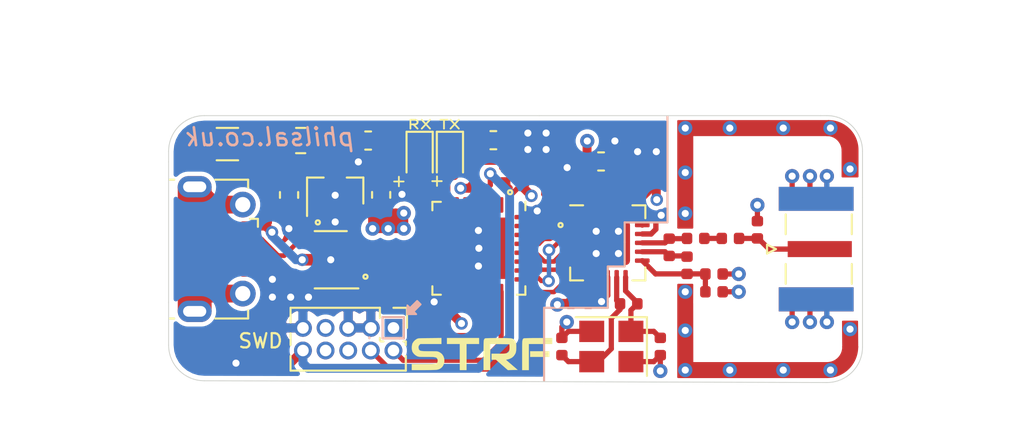
<source format=kicad_pcb>
(kicad_pcb (version 20171130) (host pcbnew "(5.1.5)-3")
  (layers (0 F.Cu signal) (1 In1.Cu signal) (2 In2.Cu signal) (31 B.Cu signal) (34 B.Paste user) (35 F.Paste user) (36 B.SilkS user) (37 F.SilkS user) (38 B.Mask user) (39 F.Mask user) (44 Edge.Cuts user))
  (net 0 "")
  (net 1 "Net-(C1-Pad1)")
  (net 2 GND)
  (net 3 +3V3)
  (net 4 NRST)
  (net 5 "Net-(C12-Pad1)")
  (net 6 NRF_XC1)
  (net 7 NRF_XC2)
  (net 8 "Net-(C15-Pad1)")
  (net 9 "Net-(C15-Pad2)")
  (net 10 NRF_VDD_PA)
  (net 11 "Net-(D1-Pad1)")
  (net 12 "Net-(D1-Pad2)")
  (net 13 "Net-(D2-Pad2)")
  (net 14 "Net-(D2-Pad1)")
  (net 15 +5V)
  (net 16 "Net-(J1-Pad6)")
  (net 17 "Net-(J1-Pad4)")
  (net 18 SWDIO)
  (net 19 SWCLK)
  (net 20 NRF_ANT2)
  (net 21 NRF_ANT1)
  (net 22 NRF_IRQ)
  (net 23 SPI3_SCK)
  (net 24 SPI3_MISO)
  (net 25 SPI3_MOSI)
  (net 26 SPI3_!CS)
  (net 27 NRF_CE)
  (net 28 "Net-(U3-Pad2)")
  (net 29 "Net-(U3-Pad3)")
  (net 30 "Net-(U3-Pad10)")
  (net 31 "Net-(U3-Pad11)")
  (net 32 "Net-(U3-Pad12)")
  (net 33 "Net-(U3-Pad13)")
  (net 34 "Net-(U3-Pad14)")
  (net 35 "Net-(U3-Pad15)")
  (net 36 "Net-(U3-Pad18)")
  (net 37 "Net-(U3-Pad19)")
  (net 38 "Net-(U3-Pad20)")
  (net 39 USB_CONN_D-)
  (net 40 USB_CONN_D+)
  (net 41 USB_D-)
  (net 42 USB_D+)
  (net 43 "Net-(U3-Pad6)")
  (net 44 "Net-(U3-Pad7)")
  (net 45 "Net-(F1-Pad1)")
  (net 46 "Net-(R1-Pad1)")
  (net 47 "Net-(J3-Pad8)")
  (net 48 "Net-(J3-Pad7)")
  (net 49 "Net-(J3-Pad6)")
  (net 50 "Net-(R4-Pad1)")
  (module Resistor_SMD:R_0402_1005Metric (layer F.Cu) (at 42.215 30.265 90)
    (fp_text reference R1)
    (fp_text value 10k)
    (pad 2 smd roundrect (at 0.485 0 90) (size 0.59 0.64) (layers F.Cu F.Paste F.Mask) (net 2 GND))
    (pad 1 smd roundrect (at -0.485 0 90) (size 0.59 0.64) (layers F.Cu F.Paste F.Mask) (net 46 "Net-(R1-Pad1)"))
  )
  (module STRF-Silk:STRF-Logo (layer F.Cu) (at 38.83 40.4)
    (fp_text reference G*** hide)
    (fp_text value LOGO hide)
  )
  (module Fuse:Fuse_1206_3216Metric (layer F.Cu) (at 24.55 28.6 180)
    (fp_text reference F1)
    (fp_text value 100mA)
    (pad 2 smd roundrect (at 1.4 0 180) (size 1.25 1.75) (layers F.Cu F.Paste F.Mask) (roundrect_rratio 0.2) (net 15 +5V))
    (pad 1 smd roundrect (at -1.4 0 180) (size 1.25 1.75) (layers F.Cu F.Paste F.Mask) (roundrect_rratio 0.2) (net 45 "Net-(F1-Pad1)"))
  )
  (module Connector_Coaxial:SMA_Samtec_SMA-J-P-X-ST-EM1_EdgeMount (layer F.Cu) (at 57.6 34.5 90)
    (fp_text reference J2)
    (fp_text value SMA)
    (pad 2 smd rect (at -2.825 0 90) (size 1.35 4.2) (layers B.Cu B.Paste B.Mask) (net 2 GND))
    (pad 2 smd rect (at 2.825 0 90) (size 1.35 4.2) (layers B.Cu B.Paste B.Mask) (net 2 GND))
    (pad 2 smd rect (at -2.825 0 90) (size 1.35 4.2) (layers F.Cu F.Paste F.Mask) (net 2 GND))
    (pad 2 smd rect (at 2.825 0 90) (size 1.35 4.2) (layers F.Cu F.Paste F.Mask) (net 2 GND))
    (pad 1 smd rect (at 0 0.2 90) (size 0.9 3.6) (layers F.Cu F.Paste F.Mask) (net 8 "Net-(C15-Pad1)"))
  )
  (module Connector_PinHeader_1.27mm:PinHeader_2x05_P1.27mm_Vertical (layer F.Cu) (at 33.87 38.93 270)
    (fp_text reference J3)
    (fp_text value "ARM 10pin")
    (pad 10 thru_hole oval (at 1.27 5.08 270) (size 1 1) (drill 0.65) (layers *.Cu *.Mask) (net 4 NRST))
    (pad 9 thru_hole oval (at 0 5.08 270) (size 1 1) (drill 0.65) (layers *.Cu *.Mask) (net 2 GND))
    (pad 8 thru_hole oval (at 1.27 3.81 270) (size 1 1) (drill 0.65) (layers *.Cu *.Mask) (net 47 "Net-(J3-Pad8)"))
    (pad 7 thru_hole oval (at 0 3.81 270) (size 1 1) (drill 0.65) (layers *.Cu *.Mask) (net 48 "Net-(J3-Pad7)"))
    (pad 6 thru_hole oval (at 1.27 2.54 270) (size 1 1) (drill 0.65) (layers *.Cu *.Mask) (net 49 "Net-(J3-Pad6)"))
    (pad 5 thru_hole oval (at 0 2.54 270) (size 1 1) (drill 0.65) (layers *.Cu *.Mask) (net 2 GND))
    (pad 4 thru_hole oval (at 1.27 1.27 270) (size 1 1) (drill 0.65) (layers *.Cu *.Mask) (net 19 SWCLK))
    (pad 3 thru_hole oval (at 0 1.27 270) (size 1 1) (drill 0.65) (layers *.Cu *.Mask) (net 2 GND))
    (pad 2 thru_hole oval (at 1.27 0 270) (size 1 1) (drill 0.65) (layers *.Cu *.Mask) (net 18 SWDIO))
    (pad 1 thru_hole rect (at 0 0 270) (size 1 1) (drill 0.65) (layers *.Cu *.Mask) (net 3 +3V3))
  )
  (module Package_TO_SOT_SMD:SOT-23-6 (layer F.Cu) (at 30.35 35.1 180)
    (fp_text reference U2)
    (fp_text value USBLC6-2SC6)
    (pad 5 smd rect (at 1.1 0 180) (size 1.06 0.65) (layers F.Cu F.Paste F.Mask) (net 15 +5V))
    (pad 6 smd rect (at 1.1 -0.95 180) (size 1.06 0.65) (layers F.Cu F.Paste F.Mask) (net 40 USB_CONN_D+))
    (pad 4 smd rect (at 1.1 0.95 180) (size 1.06 0.65) (layers F.Cu F.Paste F.Mask) (net 39 USB_CONN_D-))
    (pad 3 smd rect (at -1.1 0.95 180) (size 1.06 0.65) (layers F.Cu F.Paste F.Mask) (net 41 USB_D-))
    (pad 2 smd rect (at -1.1 0 180) (size 1.06 0.65) (layers F.Cu F.Paste F.Mask) (net 2 GND))
    (pad 1 smd rect (at -1.1 -0.95 180) (size 1.06 0.65) (layers F.Cu F.Paste F.Mask) (net 42 USB_D+))
  )
  (module Capacitor_SMD:C_0603_1608Metric (layer F.Cu) (at 28.01 31.4575 270)
    (fp_text reference C1)
    (fp_text value 10u)
    (pad 1 smd roundrect (at -0.7875 0 270) (size 0.875 0.95) (layers F.Cu F.Paste F.Mask) (net 1 "Net-(C1-Pad1)"))
    (pad 2 smd roundrect (at 0.7875 0 270) (size 0.875 0.95) (layers F.Cu F.Paste F.Mask) (net 2 GND))
  )
  (module Capacitor_SMD:C_0603_1608Metric (layer F.Cu) (at 33.18 31.4525 90)
    (fp_text reference C2)
    (fp_text value 10u)
    (pad 1 smd roundrect (at -0.7875 0 90) (size 0.875 0.95) (layers F.Cu F.Paste F.Mask) (net 3 +3V3))
    (pad 2 smd roundrect (at 0.7875 0 90) (size 0.875 0.95) (layers F.Cu F.Paste F.Mask) (net 2 GND))
  )
  (module Capacitor_SMD:C_0402_1005Metric (layer F.Cu) (at 26.435 40.91 180)
    (fp_text reference C3)
    (fp_text value 100n)
    (pad 2 smd roundrect (at 0.485 0 180) (size 0.59 0.64) (layers F.Cu F.Paste F.Mask) (net 2 GND))
    (pad 1 smd roundrect (at -0.485 0 180) (size 0.59 0.64) (layers F.Cu F.Paste F.Mask) (net 4 NRST))
  )
  (module Capacitor_SMD:C_0402_1005Metric (layer F.Cu) (at 41.165 30.27 90)
    (fp_text reference C4)
    (fp_text value 1u)
    (pad 1 smd roundrect (at -0.485 0 90) (size 0.59 0.64) (layers F.Cu F.Paste F.Mask) (net 3 +3V3))
    (pad 2 smd roundrect (at 0.485 0 90) (size 0.59 0.64) (layers F.Cu F.Paste F.Mask) (net 2 GND))
  )
  (module Capacitor_SMD:C_0402_1005Metric (layer F.Cu) (at 40.115 30.27 90)
    (fp_text reference C5)
    (fp_text value 100n)
    (pad 1 smd roundrect (at -0.485 0 90) (size 0.59 0.64) (layers F.Cu F.Paste F.Mask) (net 3 +3V3))
    (pad 2 smd roundrect (at 0.485 0 90) (size 0.59 0.64) (layers F.Cu F.Paste F.Mask) (net 2 GND))
  )
  (module Capacitor_SMD:C_0402_1005Metric (layer F.Cu) (at 36.64 38.13 180)
    (fp_text reference C6)
    (fp_text value 100n)
    (pad 1 smd roundrect (at -0.485 0 180) (size 0.59 0.64) (layers F.Cu F.Paste F.Mask) (net 3 +3V3))
    (pad 2 smd roundrect (at 0.485 0 180) (size 0.59 0.64) (layers F.Cu F.Paste F.Mask) (net 2 GND))
  )
  (module Capacitor_SMD:C_0402_1005Metric (layer F.Cu) (at 38.44 30.27 90)
    (fp_text reference C7)
    (fp_text value 100n)
    (pad 2 smd roundrect (at 0.485 0 90) (size 0.59 0.64) (layers F.Cu F.Paste F.Mask) (net 2 GND))
    (pad 1 smd roundrect (at -0.485 0 90) (size 0.59 0.64) (layers F.Cu F.Paste F.Mask) (net 3 +3V3))
  )
  (module Capacitor_SMD:C_0603_1608Metric (layer F.Cu) (at 45.525 29.575)
    (fp_text reference C8)
    (fp_text value 10u)
    (pad 2 smd roundrect (at 0.7875 0) (size 0.875 0.95) (layers F.Cu F.Paste F.Mask) (net 2 GND))
    (pad 1 smd roundrect (at -0.7875 0) (size 0.875 0.95) (layers F.Cu F.Paste F.Mask) (net 3 +3V3))
  )
  (module Capacitor_SMD:C_0402_1005Metric (layer F.Cu) (at 44.315 37.55)
    (fp_text reference C9)
    (fp_text value 10n)
    (pad 2 smd roundrect (at 0.485 0) (size 0.59 0.64) (layers F.Cu F.Paste F.Mask) (net 2 GND))
    (pad 1 smd roundrect (at -0.485 0) (size 0.59 0.64) (layers F.Cu F.Paste F.Mask) (net 3 +3V3))
  )
  (module Capacitor_SMD:C_0402_1005Metric (layer F.Cu) (at 48.625 30.415 90)
    (fp_text reference C10)
    (fp_text value 10n)
    (pad 1 smd roundrect (at -0.485 0 90) (size 0.59 0.64) (layers F.Cu F.Paste F.Mask) (net 3 +3V3))
    (pad 2 smd roundrect (at 0.485 0 90) (size 0.59 0.64) (layers F.Cu F.Paste F.Mask) (net 2 GND))
  )
  (module Capacitor_SMD:C_0402_1005Metric (layer F.Cu) (at 46.075 30.875)
    (fp_text reference C11)
    (fp_text value 10n)
    (pad 2 smd roundrect (at 0.485 0) (size 0.59 0.64) (layers F.Cu F.Paste F.Mask) (net 2 GND))
    (pad 1 smd roundrect (at -0.485 0) (size 0.59 0.64) (layers F.Cu F.Paste F.Mask) (net 3 +3V3))
  )
  (module Capacitor_SMD:C_0402_1005Metric (layer F.Cu) (at 44.115 30.875 180)
    (fp_text reference C12)
    (fp_text value 33n)
    (pad 1 smd roundrect (at -0.485 0 180) (size 0.59 0.64) (layers F.Cu F.Paste F.Mask) (net 5 "Net-(C12-Pad1)"))
    (pad 2 smd roundrect (at 0.485 0 180) (size 0.59 0.64) (layers F.Cu F.Paste F.Mask) (net 2 GND))
  )
  (module Capacitor_SMD:C_0402_1005Metric (layer F.Cu) (at 48.85 39.975 270)
    (fp_text reference C13)
    (fp_text value 12p)
    (pad 2 smd roundrect (at 0.485 0 270) (size 0.59 0.64) (layers F.Cu F.Paste F.Mask) (net 2 GND))
    (pad 1 smd roundrect (at -0.485 0 270) (size 0.59 0.64) (layers F.Cu F.Paste F.Mask) (net 6 NRF_XC1))
  )
  (module Capacitor_SMD:C_0402_1005Metric (layer F.Cu) (at 43.325 39.975 90)
    (fp_text reference C14)
    (fp_text value 12p)
    (pad 1 smd roundrect (at -0.485 0 90) (size 0.59 0.64) (layers F.Cu F.Paste F.Mask) (net 7 NRF_XC2))
    (pad 2 smd roundrect (at 0.485 0 90) (size 0.59 0.64) (layers F.Cu F.Paste F.Mask) (net 2 GND))
  )
  (module Capacitor_SMD:C_0402_1005Metric (layer F.Cu) (at 52.785 33.9 180)
    (fp_text reference C15)
    (fp_text value 1p5)
    (pad 1 smd roundrect (at -0.485 0 180) (size 0.59 0.64) (layers F.Cu F.Paste F.Mask) (net 8 "Net-(C15-Pad1)"))
    (pad 2 smd roundrect (at 0.485 0 180) (size 0.59 0.64) (layers F.Cu F.Paste F.Mask) (net 9 "Net-(C15-Pad2)"))
  )
  (module Capacitor_SMD:C_0402_1005Metric (layer F.Cu) (at 54.3 33.415 270)
    (fp_text reference C16)
    (fp_text value 1p)
    (pad 2 smd roundrect (at 0.485 0 270) (size 0.59 0.64) (layers F.Cu F.Paste F.Mask) (net 8 "Net-(C15-Pad1)"))
    (pad 1 smd roundrect (at -0.485 0 270) (size 0.59 0.64) (layers F.Cu F.Paste F.Mask) (net 2 GND))
  )
  (module Capacitor_SMD:C_0402_1005Metric (layer F.Cu) (at 51.865 36.9 180)
    (fp_text reference C17)
    (fp_text value 2n2)
    (pad 2 smd roundrect (at 0.485 0 180) (size 0.59 0.64) (layers F.Cu F.Paste F.Mask) (net 10 NRF_VDD_PA))
    (pad 1 smd roundrect (at -0.485 0 180) (size 0.59 0.64) (layers F.Cu F.Paste F.Mask) (net 2 GND))
  )
  (module Capacitor_SMD:C_0402_1005Metric (layer F.Cu) (at 51.865 35.9 180)
    (fp_text reference C18)
    (fp_text value 4p7)
    (pad 1 smd roundrect (at -0.485 0 180) (size 0.59 0.64) (layers F.Cu F.Paste F.Mask) (net 2 GND))
    (pad 2 smd roundrect (at 0.485 0 180) (size 0.59 0.64) (layers F.Cu F.Paste F.Mask) (net 10 NRF_VDD_PA))
  )
  (module LED_SMD:LED_0603_1608Metric (layer F.Cu) (at 35.34 29.3925 270)
    (fp_text reference D1)
    (fp_text value GR)
    (pad 1 smd roundrect (at -0.7875 0 270) (size 0.875 0.95) (layers F.Cu F.Paste F.Mask) (net 11 "Net-(D1-Pad1)"))
    (pad 2 smd roundrect (at 0.7875 0 270) (size 0.875 0.95) (layers F.Cu F.Paste F.Mask) (net 12 "Net-(D1-Pad2)"))
  )
  (module LED_SMD:LED_0603_1608Metric (layer F.Cu) (at 37.04 29.3925 270)
    (fp_text reference D2)
    (fp_text value YE)
    (pad 2 smd roundrect (at 0.7875 0 270) (size 0.875 0.95) (layers F.Cu F.Paste F.Mask) (net 13 "Net-(D2-Pad2)"))
    (pad 1 smd roundrect (at -0.7875 0 270) (size 0.875 0.95) (layers F.Cu F.Paste F.Mask) (net 14 "Net-(D2-Pad1)"))
  )
  (module Inductor_SMD:L_0805_2012Metric (layer F.Cu) (at 28.6625 28.4 180)
    (fp_text reference FB1)
    (fp_text value "100 @ 100MHz")
    (pad 1 smd roundrect (at -0.9375 0 180) (size 0.975 1.4) (layers F.Cu F.Paste F.Mask) (net 1 "Net-(C1-Pad1)"))
    (pad 2 smd roundrect (at 0.9375 0 180) (size 0.975 1.4) (layers F.Cu F.Paste F.Mask) (net 45 "Net-(F1-Pad1)"))
  )
  (module Connector_USB:USB_Micro-B_Molex-105017-0001 (layer F.Cu) (at 23.95 34.5 270)
    (fp_text reference J1)
    (fp_text value USB_B_Micro)
    (pad 6 smd rect (at 1 1.2375 270) (size 1.5 1.9) (layers F.Cu F.Paste F.Mask) (net 16 "Net-(J1-Pad6)"))
    (pad 6 thru_hole circle (at -2.5 -1.4625 270) (size 1.45 1.45) (drill 0.85) (layers *.Cu *.Mask) (net 16 "Net-(J1-Pad6)"))
    (pad 2 smd rect (at -0.65 -1.4625 270) (size 0.4 1.35) (layers F.Cu F.Paste F.Mask) (net 39 USB_CONN_D-))
    (pad 1 smd rect (at -1.3 -1.4625 270) (size 0.4 1.35) (layers F.Cu F.Paste F.Mask) (net 15 +5V))
    (pad 5 smd rect (at 1.3 -1.4625 270) (size 0.4 1.35) (layers F.Cu F.Paste F.Mask) (net 2 GND))
    (pad 4 smd rect (at 0.65 -1.4625 270) (size 0.4 1.35) (layers F.Cu F.Paste F.Mask) (net 17 "Net-(J1-Pad4)"))
    (pad 3 smd rect (at 0 -1.4625 270) (size 0.4 1.35) (layers F.Cu F.Paste F.Mask) (net 40 USB_CONN_D+))
    (pad 6 thru_hole circle (at 2.5 -1.4625 270) (size 1.45 1.45) (drill 0.85) (layers *.Cu *.Mask) (net 16 "Net-(J1-Pad6)"))
    (pad 6 smd rect (at -1 1.2375 270) (size 1.5 1.9) (layers F.Cu F.Paste F.Mask) (net 16 "Net-(J1-Pad6)"))
    (pad 6 thru_hole oval (at -3.5 1.2375 90) (size 1.2 1.9) (drill oval 0.6 1.3) (layers *.Cu *.Mask) (net 16 "Net-(J1-Pad6)"))
    (pad 6 thru_hole oval (at 3.5 1.2375 270) (size 1.2 1.9) (drill oval 0.6 1.3) (layers *.Cu *.Mask) (net 16 "Net-(J1-Pad6)"))
    (pad 6 smd rect (at 2.9 1.2375 270) (size 1.2 1.9) (layers F.Cu F.Mask) (net 16 "Net-(J1-Pad6)"))
    (pad 6 smd rect (at -2.9 1.2375 270) (size 1.2 1.9) (layers F.Cu F.Mask) (net 16 "Net-(J1-Pad6)"))
  )
  (module Inductor_SMD:L_0402_1005Metric (layer F.Cu) (at 50.835 33.9)
    (fp_text reference L1)
    (fp_text value 3n9)
    (pad 2 smd roundrect (at 0.485 0) (size 0.59 0.64) (layers F.Cu F.Paste F.Mask) (net 9 "Net-(C15-Pad2)"))
    (pad 1 smd roundrect (at -0.485 0) (size 0.59 0.64) (layers F.Cu F.Paste F.Mask) (net 20 NRF_ANT2))
  )
  (module Inductor_SMD:L_0402_1005Metric (layer F.Cu) (at 49.35 34.4 270)
    (fp_text reference L2)
    (fp_text value 8n2)
    (pad 1 smd roundrect (at -0.485 0 270) (size 0.59 0.64) (layers F.Cu F.Paste F.Mask) (net 20 NRF_ANT2))
    (pad 2 smd roundrect (at 0.485 0 270) (size 0.59 0.64) (layers F.Cu F.Paste F.Mask) (net 21 NRF_ANT1))
  )
  (module Inductor_SMD:L_0402_1005Metric (layer F.Cu) (at 50.35 35.41 90)
    (fp_text reference L3)
    (fp_text value 2n7)
    (pad 1 smd roundrect (at -0.485 0 90) (size 0.59 0.64) (layers F.Cu F.Paste F.Mask) (net 10 NRF_VDD_PA))
    (pad 2 smd roundrect (at 0.485 0 90) (size 0.59 0.64) (layers F.Cu F.Paste F.Mask) (net 21 NRF_ANT1))
  )
  (module Resistor_SMD:R_0603_1608Metric (layer F.Cu) (at 32.45 28.4 180)
    (fp_text reference R2)
    (fp_text value 2k2)
    (pad 1 smd roundrect (at -0.7875 0 180) (size 0.875 0.95) (layers F.Cu F.Paste F.Mask) (net 11 "Net-(D1-Pad1)"))
    (pad 2 smd roundrect (at 0.7875 0 180) (size 0.875 0.95) (layers F.Cu F.Paste F.Mask) (net 2 GND))
  )
  (module Resistor_SMD:R_0603_1608Metric (layer F.Cu) (at 39.4775 28.38)
    (fp_text reference R3)
    (fp_text value 2k2)
    (pad 2 smd roundrect (at 0.7875 0) (size 0.875 0.95) (layers F.Cu F.Paste F.Mask) (net 2 GND))
    (pad 1 smd roundrect (at -0.7875 0) (size 0.875 0.95) (layers F.Cu F.Paste F.Mask) (net 14 "Net-(D2-Pad1)"))
  )
  (module Resistor_SMD:R_0402_1005Metric (layer F.Cu) (at 47.575 30.41 90)
    (fp_text reference R4)
    (fp_text value 22k)
    (pad 2 smd roundrect (at 0.485 0 90) (size 0.59 0.64) (layers F.Cu F.Paste F.Mask) (net 2 GND))
    (pad 1 smd roundrect (at -0.485 0 90) (size 0.59 0.64) (layers F.Cu F.Paste F.Mask) (net 50 "Net-(R4-Pad1)"))
  )
  (module Resistor_SMD:R_0402_1005Metric (layer F.Cu) (at 47.075 37.575)
    (fp_text reference R5)
    (fp_text value 1M)
    (pad 1 smd roundrect (at -0.485 0) (size 0.59 0.64) (layers F.Cu F.Paste F.Mask) (net 7 NRF_XC2))
    (pad 2 smd roundrect (at 0.485 0) (size 0.59 0.64) (layers F.Cu F.Paste F.Mask) (net 6 NRF_XC1))
  )
  (module Package_TO_SOT_SMD:SOT-23 (layer F.Cu) (at 30.6 31.24 90)
    (fp_text reference U1)
    (fp_text value XC6206P332MR)
    (pad 1 smd rect (at -1 -0.95 90) (size 0.9 0.8) (layers F.Cu F.Paste F.Mask) (net 2 GND))
    (pad 2 smd rect (at -1 0.95 90) (size 0.9 0.8) (layers F.Cu F.Paste F.Mask) (net 3 +3V3))
    (pad 3 smd rect (at 1 0 90) (size 0.9 0.8) (layers F.Cu F.Paste F.Mask) (net 1 "Net-(C1-Pad1)"))
  )
  (module Package_DFN_QFN:QFN-32-1EP_5x5mm_P0.5mm_EP3.45x3.45mm (layer F.Cu) (at 38.665 34.455 270)
    (fp_text reference U3)
    (fp_text value STM32L432KBU6)
    (pad 33 smd roundrect (at 0 0 270) (size 3.45 3.45) (layers F.Cu F.Mask) (roundrect_rratio 0.072464) (net 2 GND))
    (pad 1 smd roundrect (at -2.4375 -1.75 270) (size 0.875 0.25) (layers F.Cu F.Paste F.Mask) (net 3 +3V3))
    (pad 2 smd roundrect (at -2.4375 -1.25 270) (size 0.875 0.25) (layers F.Cu F.Paste F.Mask) (net 28 "Net-(U3-Pad2)"))
    (pad 3 smd roundrect (at -2.4375 -0.75 270) (size 0.875 0.25) (layers F.Cu F.Paste F.Mask) (net 29 "Net-(U3-Pad3)"))
    (pad 4 smd roundrect (at -2.4375 -0.25 270) (size 0.875 0.25) (layers F.Cu F.Paste F.Mask) (net 4 NRST))
    (pad 5 smd roundrect (at -2.4375 0.25 270) (size 0.875 0.25) (layers F.Cu F.Paste F.Mask) (net 3 +3V3))
    (pad 6 smd roundrect (at -2.4375 0.75 270) (size 0.875 0.25) (layers F.Cu F.Paste F.Mask) (net 43 "Net-(U3-Pad6)"))
    (pad 7 smd roundrect (at -2.4375 1.25 270) (size 0.875 0.25) (layers F.Cu F.Paste F.Mask) (net 44 "Net-(U3-Pad7)"))
    (pad 8 smd roundrect (at -2.4375 1.75 270) (size 0.875 0.25) (layers F.Cu F.Paste F.Mask) (net 13 "Net-(D2-Pad2)"))
    (pad 9 smd roundrect (at -1.75 2.4375 270) (size 0.25 0.875) (layers F.Cu F.Paste F.Mask) (net 12 "Net-(D1-Pad2)"))
    (pad 10 smd roundrect (at -1.25 2.4375 270) (size 0.25 0.875) (layers F.Cu F.Paste F.Mask) (net 30 "Net-(U3-Pad10)"))
    (pad 11 smd roundrect (at -0.75 2.4375 270) (size 0.25 0.875) (layers F.Cu F.Paste F.Mask) (net 31 "Net-(U3-Pad11)"))
    (pad 12 smd roundrect (at -0.25 2.4375 270) (size 0.25 0.875) (layers F.Cu F.Paste F.Mask) (net 32 "Net-(U3-Pad12)"))
    (pad 13 smd roundrect (at 0.25 2.4375 270) (size 0.25 0.875) (layers F.Cu F.Paste F.Mask) (net 33 "Net-(U3-Pad13)"))
    (pad 14 smd roundrect (at 0.75 2.4375 270) (size 0.25 0.875) (layers F.Cu F.Paste F.Mask) (net 34 "Net-(U3-Pad14)"))
    (pad 15 smd roundrect (at 1.25 2.4375 270) (size 0.25 0.875) (layers F.Cu F.Paste F.Mask) (net 35 "Net-(U3-Pad15)"))
    (pad 16 smd roundrect (at 1.75 2.4375 270) (size 0.25 0.875) (layers F.Cu F.Paste F.Mask) (net 2 GND))
    (pad 17 smd roundrect (at 2.4375 1.75 270) (size 0.875 0.25) (layers F.Cu F.Paste F.Mask) (net 3 +3V3))
    (pad 18 smd roundrect (at 2.4375 1.25 270) (size 0.875 0.25) (layers F.Cu F.Paste F.Mask) (net 36 "Net-(U3-Pad18)"))
    (pad 19 smd roundrect (at 2.4375 0.75 270) (size 0.875 0.25) (layers F.Cu F.Paste F.Mask) (net 37 "Net-(U3-Pad19)"))
    (pad 20 smd roundrect (at 2.4375 0.25 270) (size 0.875 0.25) (layers F.Cu F.Paste F.Mask) (net 38 "Net-(U3-Pad20)"))
    (pad 21 smd roundrect (at 2.4375 -0.25 270) (size 0.875 0.25) (layers F.Cu F.Paste F.Mask) (net 41 USB_D-))
    (pad 22 smd roundrect (at 2.4375 -0.75 270) (size 0.875 0.25) (layers F.Cu F.Paste F.Mask) (net 42 USB_D+))
    (pad 23 smd roundrect (at 2.4375 -1.25 270) (size 0.875 0.25) (layers F.Cu F.Paste F.Mask) (net 18 SWDIO))
    (pad 24 smd roundrect (at 2.4375 -1.75 270) (size 0.875 0.25) (layers F.Cu F.Paste F.Mask) (net 19 SWCLK))
    (pad 25 smd roundrect (at 1.75 -2.4375 270) (size 0.25 0.875) (layers F.Cu F.Paste F.Mask) (net 22 NRF_IRQ))
    (pad 26 smd roundrect (at 1.25 -2.4375 270) (size 0.25 0.875) (layers F.Cu F.Paste F.Mask) (net 23 SPI3_SCK))
    (pad 27 smd roundrect (at 0.75 -2.4375 270) (size 0.25 0.875) (layers F.Cu F.Paste F.Mask) (net 24 SPI3_MISO))
    (pad 28 smd roundrect (at 0.25 -2.4375 270) (size 0.25 0.875) (layers F.Cu F.Paste F.Mask) (net 25 SPI3_MOSI))
    (pad 29 smd roundrect (at -0.25 -2.4375 270) (size 0.25 0.875) (layers F.Cu F.Paste F.Mask) (net 26 SPI3_!CS))
    (pad 30 smd roundrect (at -0.75 -2.4375 270) (size 0.25 0.875) (layers F.Cu F.Paste F.Mask) (net 27 NRF_CE))
    (pad 31 smd roundrect (at -1.25 -2.4375 270) (size 0.25 0.875) (layers F.Cu F.Paste F.Mask) (net 46 "Net-(R1-Pad1)"))
    (pad 32 smd roundrect (at -1.75 -2.4375 270) (size 0.25 0.875) (layers F.Cu F.Paste F.Mask) (net 2 GND))
  )
  (module Package_DFN_QFN:QFN-20-1EP_4x4mm_P0.5mm_EP2.5x2.5mm (layer F.Cu) (at 45.9 34.15)
    (fp_text reference U4)
    (fp_text value nRF24L01P)
    (pad 21 smd roundrect (at 0 0) (size 2.5 2.5) (layers F.Cu F.Mask) (roundrect_rratio 0.1) (net 2 GND))
    (pad 1 smd roundrect (at -1.9375 -1) (size 0.825 0.25) (layers F.Cu F.Paste F.Mask) (net 27 NRF_CE))
    (pad 2 smd roundrect (at -1.9375 -0.5) (size 0.825 0.25) (layers F.Cu F.Paste F.Mask) (net 26 SPI3_!CS))
    (pad 3 smd roundrect (at -1.9375 0) (size 0.825 0.25) (layers F.Cu F.Paste F.Mask) (net 23 SPI3_SCK))
    (pad 4 smd roundrect (at -1.9375 0.5) (size 0.825 0.25) (layers F.Cu F.Paste F.Mask) (net 25 SPI3_MOSI))
    (pad 5 smd roundrect (at -1.9375 1) (size 0.825 0.25) (layers F.Cu F.Paste F.Mask) (net 24 SPI3_MISO))
    (pad 6 smd roundrect (at -1 1.9375) (size 0.25 0.825) (layers F.Cu F.Paste F.Mask) (net 22 NRF_IRQ))
    (pad 7 smd roundrect (at -0.5 1.9375) (size 0.25 0.825) (layers F.Cu F.Paste F.Mask) (net 3 +3V3))
    (pad 8 smd roundrect (at 0 1.9375) (size 0.25 0.825) (layers F.Cu F.Paste F.Mask) (net 2 GND))
    (pad 9 smd roundrect (at 0.5 1.9375) (size 0.25 0.825) (layers F.Cu F.Paste F.Mask) (net 7 NRF_XC2))
    (pad 10 smd roundrect (at 1 1.9375) (size 0.25 0.825) (layers F.Cu F.Paste F.Mask) (net 6 NRF_XC1))
    (pad 11 smd roundrect (at 1.9375 1) (size 0.825 0.25) (layers F.Cu F.Paste F.Mask) (net 10 NRF_VDD_PA))
    (pad 12 smd roundrect (at 1.9375 0.5) (size 0.825 0.25) (layers F.Cu F.Paste F.Mask) (net 21 NRF_ANT1))
    (pad 13 smd roundrect (at 1.9375 0) (size 0.825 0.25) (layers F.Cu F.Paste F.Mask) (net 20 NRF_ANT2))
    (pad 14 smd roundrect (at 1.9375 -0.5) (size 0.825 0.25) (layers F.Cu F.Paste F.Mask) (net 2 GND))
    (pad 15 smd roundrect (at 1.9375 -1) (size 0.825 0.25) (layers F.Cu F.Paste F.Mask) (net 3 +3V3))
    (pad 16 smd roundrect (at 1 -1.9375) (size 0.25 0.825) (layers F.Cu F.Paste F.Mask) (net 50 "Net-(R4-Pad1)"))
    (pad 17 smd roundrect (at 0.5 -1.9375) (size 0.25 0.825) (layers F.Cu F.Paste F.Mask) (net 2 GND))
    (pad 18 smd roundrect (at 0 -1.9375) (size 0.25 0.825) (layers F.Cu F.Paste F.Mask) (net 3 +3V3))
    (pad 19 smd roundrect (at -0.5 -1.9375) (size 0.25 0.825) (layers F.Cu F.Paste F.Mask) (net 5 "Net-(C12-Pad1)"))
    (pad 20 smd roundrect (at -1 -1.9375) (size 0.25 0.825) (layers F.Cu F.Paste F.Mask) (net 2 GND))
  )
  (module Crystal:Crystal_SMD_3225-4Pin_3.2x2.5mm (layer F.Cu) (at 46.1 39.975 180)
    (fp_text reference Y1)
    (fp_text value 16MHz)
    (pad 1 smd rect (at -1.1 0.85 180) (size 1.4 1.2) (layers F.Cu F.Paste F.Mask) (net 6 NRF_XC1))
    (pad 2 smd rect (at 1.1 0.85 180) (size 1.4 1.2) (layers F.Cu F.Paste F.Mask) (net 2 GND))
    (pad 3 smd rect (at 1.1 -0.85 180) (size 1.4 1.2) (layers F.Cu F.Paste F.Mask) (net 7 NRF_XC2))
    (pad 4 smd rect (at -1.1 -0.85 180) (size 1.4 1.2) (layers F.Cu F.Paste F.Mask) (net 2 GND))
  )
  (gr_line (start 42 41.95) (end 31.2 41.918455) (layer Edge.Cuts) (width 0.05))
  (gr_line (start 31.2 41.92) (end 23.25 41.9) (layer Edge.Cuts) (width 0.05))
  (gr_line (start 45.9 35.925) (end 45.9 37.8) (layer B.SilkS) (width 0.12))
  (gr_line (start 45.9 35.475) (end 45.9 35.925) (layer B.SilkS) (width 0.12))
  (gr_poly (pts (xy 35.4 37.61) (xy 35 38.01) (xy 35.15 38.16) (xy 34.65 38.16) (xy 34.65 37.66) (xy 34.8 37.81) (xy 35.2 37.41)) (layer B.SilkS) (width 0.1))
  (gr_line (start 32.52 39.51) (end 32.52 39.46) (layer B.SilkS) (width 0.12))
  (gr_line (start 34.21 39.52) (end 33.26 39.52) (layer B.SilkS) (width 0.12))
  (gr_line (start 34.46 39.52) (end 34.21 39.52) (layer B.SilkS) (width 0.12))
  (gr_line (start 34.46 38.67) (end 34.46 39.52) (layer B.SilkS) (width 0.12))
  (gr_line (start 34.46 38.32) (end 34.46 38.67) (layer B.SilkS) (width 0.12))
  (gr_line (start 33.26 38.32) (end 34.46 38.32) (layer B.SilkS) (width 0.12))
  (gr_line (start 33.26 39.47) (end 33.26 38.32) (layer B.SilkS) (width 0.12))
  (gr_line (start 42.325 37.8) (end 42.325 41.9) (layer B.SilkS) (width 0.12))
  (gr_line (start 42.325 37.8) (end 42.675 37.8) (layer B.SilkS) (width 0.12))
  (gr_line (start 42.7 37.8) (end 43.85 37.8) (layer B.SilkS) (width 0.12))
  (gr_line (start 45.9 37.8) (end 43.85 37.8) (layer B.SilkS) (width 0.12))
  (gr_line (start 46.2 35.475) (end 45.925 35.475) (layer B.SilkS) (width 0.12))
  (gr_line (start 46.825 35.475) (end 46.225 35.475) (layer B.SilkS) (width 0.12))
  (gr_line (start 46.85 35.225) (end 46.85 35.475) (layer B.SilkS) (width 0.12))
  (gr_line (start 46.85 34.125) (end 46.85 35.225) (layer B.SilkS) (width 0.12))
  (gr_line (start 46.85 33) (end 46.85 34.1) (layer B.SilkS) (width 0.12))
  (gr_line (start 47.925 33) (end 46.85 33) (layer B.SilkS) (width 0.12))
  (gr_line (start 49.25 33) (end 47.95 33) (layer B.SilkS) (width 0.12))
  (gr_line (start 49.25 32.25) (end 49.25 33) (layer B.SilkS) (width 0.12))
  (gr_line (start 49.25 27.05) (end 49.25 32.225) (layer B.SilkS) (width 0.12))
  (gr_text philsal.co.uk (at 26.95 28.2) (layer B.SilkS) (effects (font (size 1 1) (thickness 0.15) italic) (justify mirror)))
  (gr_circle (center 29.625 33) (end 29.65 33.05) (layer F.SilkS) (width 0.12))
  (gr_text + (at 36.315 30.63) (layer F.SilkS) (effects (font (size 0.7 0.7) (thickness 0.1))))
  (gr_text + (at 34.175 30.65) (layer F.SilkS) (effects (font (size 0.7 0.7) (thickness 0.1))))
  (gr_circle (center 32.3 36.05) (end 32.325 36.1) (layer F.SilkS) (width 0.12))
  (gr_circle (center 43.25 33.15) (end 43.275 33.2) (layer F.SilkS) (width 0.12))
  (gr_circle (center 40.415 31.305) (end 40.44 31.355) (layer F.SilkS) (width 0.12))
  (gr_text SWD (at 26.41 39.66) (layer F.SilkS) (effects (font (size 0.8 0.8) (thickness 0.125))))
  (gr_poly (pts (xy 58.575 27.4) (xy 59.15 27.625) (xy 59.625 28.075) (xy 59.825 28.5) (xy 59.825 28.9) (xy 59.15 28.9) (xy 59.125 28.725) (xy 58.95 28.375) (xy 58.625 28.15) (xy 58.25 28.025) (xy 58.3 27.35)) (layer F.Cu) (width 0.1))
  (gr_poly (pts (xy 59.925 30.425) (xy 59.075 30.425) (xy 59.075 28.95) (xy 59.925 28.95)) (layer F.Cu) (width 0.1))
  (gr_arc (start 58.2 28.975) (end 59.1 28.975) (angle -90) (layer F.Cu) (width 0.15))
  (gr_arc (start 58.3 28.925) (end 59.9 28.925) (angle -90) (layer F.Cu) (width 0.15))
  (gr_poly (pts (xy 59.86 40.25) (xy 59.76 40.62) (xy 59.39 41.2) (xy 58.63 41.6) (xy 58.24 41.63) (xy 58.25 40.98) (xy 58.25 40.97) (xy 58.61 40.88) (xy 58.98 40.58) (xy 59.17 40.11) (xy 59.16 40.03) (xy 59.85 40.02)) (layer F.Cu) (width 0.1))
  (gr_arc (start 58.2 39.99) (end 58.2 41.69) (angle -90) (layer F.Cu) (width 0.12))
  (gr_poly (pts (xy 59.91 40) (xy 59.11 40) (xy 59.1 38.57) (xy 59.9 38.57)) (layer F.Cu) (width 0.1))
  (gr_poly (pts (xy 50.6525 40.9) (xy 58.2 40.9) (xy 58.2 41.7) (xy 49.85 41.7) (xy 49.85 39) (xy 49.85 38.35) (xy 49.85 36.5) (xy 50.65 36.5) (xy 50.645 37.55) (xy 50.6475 37.55)) (layer F.Cu) (width 0.1))
  (gr_arc (start 58.21 40) (end 58.21 40.91) (angle -90) (layer F.Cu) (width 0.12))
  (gr_poly (pts (xy 58.3 28.1) (xy 50.65 28.1) (xy 50.65 33.3) (xy 49.85 33.3) (xy 49.85 27.3) (xy 58.3 27.3)) (layer F.Cu) (width 0.1))
  (gr_text TX (at 37.04 27.505) (layer F.SilkS) (effects (font (size 0.5 0.7) (thickness 0.1))))
  (gr_text RX (at 35.34 27.505) (layer F.SilkS) (effects (font (size 0.5 0.7) (thickness 0.1))))
  (gr_arc (start 23.25 39.9) (end 21.25 39.9) (angle -90) (layer Edge.Cuts) (width 0.05))
  (gr_arc (start 23.25 29) (end 23.25 27) (angle -90) (layer Edge.Cuts) (width 0.05))
  (gr_arc (start 58.2 29) (end 60.2 29) (angle -90) (layer Edge.Cuts) (width 0.05))
  (gr_arc (start 58.2 40) (end 58.2 42) (angle -90) (layer Edge.Cuts) (width 0.05))
  (gr_line (start 21.25 37.5) (end 21.25 39.9) (layer Edge.Cuts) (width 0.05))
  (gr_line (start 58.2 42) (end 42 41.95) (layer Edge.Cuts) (width 0.05))
  (gr_line (start 60.2 34.5) (end 60.2 40) (layer Edge.Cuts) (width 0.05))
  (gr_line (start 60.2 31.6) (end 60.2 29) (layer Edge.Cuts) (width 0.05))
  (gr_line (start 60.2 34.5) (end 60.2 31.6) (layer Edge.Cuts) (width 0.05))
  (gr_line (start 57.85 27) (end 58.2 27) (layer Edge.Cuts) (width 0.05))
  (gr_line (start 42.05 27) (end 57.85 27) (layer Edge.Cuts) (width 0.05))
  (gr_line (start 37.5 27) (end 42.05 27) (layer Edge.Cuts) (width 0.05))
  (gr_line (start 21.25 29.6) (end 21.25 29) (layer Edge.Cuts) (width 0.05))
  (gr_line (start 37.5 27) (end 23.25 27) (layer Edge.Cuts) (width 0.05))
  (gr_line (start 21.25 37.5) (end 21.25 29.6) (layer Edge.Cuts) (width 0.05))
  (segment (start 29.6 29.24) (end 30.6 30.24) (width 0.75) (layer F.Cu) (net 1))
  (segment (start 29.6 28.4) (end 29.6 29.24) (width 0.75) (layer F.Cu) (net 1))
  (segment (start 28.44 30.24) (end 28.01 30.67) (width 0.75) (layer F.Cu) (net 1))
  (segment (start 30.6 30.24) (end 28.44 30.24) (width 0.75) (layer F.Cu) (net 1))
  (via (at 54.3 32.025) (size 0.8) (drill 0.4) (layers F.Cu B.Cu) (net 2))
  (segment (start 43.69 39.125) (end 43.325 39.49) (width 0.29337) (layer F.Cu) (net 2))
  (segment (start 45 39.125) (end 43.69 39.125) (width 0.29337) (layer F.Cu) (net 2))
  (segment (start 48.485 40.825) (end 48.85 40.46) (width 0.29337) (layer F.Cu) (net 2))
  (segment (start 47.2 40.825) (end 48.485 40.825) (width 0.29337) (layer F.Cu) (net 2))
  (segment (start 29.645 32.245) (end 29.65 32.24) (width 0.75) (layer F.Cu) (net 2))
  (segment (start 28.01 32.245) (end 29.645 32.245) (width 0.75) (layer F.Cu) (net 2))
  (segment (start 40.115 29.785) (end 41.165 29.785) (width 0.5) (layer F.Cu) (net 2))
  (segment (start 46.56 30.928586) (end 46.56 30.875) (width 0.3) (layer F.Cu) (net 2))
  (segment (start 46.56 29.8225) (end 46.3125 29.575) (width 0.5) (layer F.Cu) (net 2))
  (segment (start 36.155 36.2775) (end 36.2275 36.205) (width 0.3) (layer F.Cu) (net 2))
  (segment (start 36.155 38.13) (end 36.155 37.465) (width 0.3) (layer F.Cu) (net 2))
  (segment (start 36.155 37.465) (end 36.155 36.2775) (width 0.3) (layer F.Cu) (net 2))
  (via (at 36.155 37.465) (size 0.7) (drill 0.4) (layers F.Cu B.Cu) (net 2))
  (segment (start 38.712026 29.512974) (end 38.44 29.785) (width 0.5) (layer F.Cu) (net 2))
  (segment (start 40.115 29.785) (end 39.842974 29.512974) (width 0.5) (layer F.Cu) (net 2))
  (segment (start 39.842974 29.512974) (end 38.712026 29.512974) (width 0.5) (layer F.Cu) (net 2))
  (segment (start 40.115 28.53) (end 40.265 28.38) (width 0.5) (layer F.Cu) (net 2))
  (segment (start 40.115 29.785) (end 40.115 28.53) (width 0.5) (layer F.Cu) (net 2))
  (segment (start 41.175 29.795) (end 41.165 29.785) (width 0.5) (layer F.Cu) (net 2))
  (segment (start 46.4 31.035) (end 46.56 30.875) (width 0.3) (layer F.Cu) (net 2))
  (segment (start 46.4 32.2125) (end 46.4 31.035) (width 0.3) (layer F.Cu) (net 2))
  (segment (start 43.63 30.9425) (end 43.63 30.875) (width 0.3) (layer F.Cu) (net 2))
  (via (at 48.625 29.025) (size 0.8) (drill 0.4) (layers F.Cu B.Cu) (net 2))
  (via (at 46.3 28.425) (size 0.8) (drill 0.4) (layers F.Cu B.Cu) (net 2))
  (via (at 25.03 40.91) (size 0.8) (drill 0.4) (layers F.Cu B.Cu) (net 2))
  (via (at 43.62 29.92) (size 0.8) (drill 0.4) (layers F.Cu B.Cu) (net 2))
  (via (at 41.415 28.905) (size 0.8) (drill 0.4) (layers F.Cu B.Cu) (net 2))
  (via (at 41.415 27.98) (size 0.8) (drill 0.4) (layers F.Cu B.Cu) (net 2))
  (via (at 34.35 31.425) (size 0.8) (drill 0.4) (layers F.Cu B.Cu) (net 2))
  (via (at 28 33.35) (size 0.8) (drill 0.4) (layers F.Cu B.Cu) (net 2))
  (segment (start 28 32.255) (end 28.01 32.245) (width 0.5) (layer F.Cu) (net 2))
  (segment (start 33.59 30.665) (end 33.18 30.665) (width 0.75) (layer F.Cu) (net 2))
  (segment (start 34.35 31.425) (end 33.59 30.665) (width 0.75) (layer F.Cu) (net 2))
  (segment (start 40.79 28.905) (end 40.265 28.38) (width 0.5) (layer F.Cu) (net 2))
  (segment (start 41.415 28.905) (end 40.79 28.905) (width 0.5) (layer F.Cu) (net 2))
  (segment (start 40.665 27.98) (end 40.265 28.38) (width 0.5) (layer F.Cu) (net 2))
  (segment (start 41.415 27.98) (end 40.665 27.98) (width 0.5) (layer F.Cu) (net 2))
  (segment (start 41.165 29.155) (end 41.415 28.905) (width 0.5) (layer F.Cu) (net 2))
  (segment (start 41.165 29.785) (end 41.165 29.155) (width 0.5) (layer F.Cu) (net 2))
  (segment (start 46.3125 28.4375) (end 46.3 28.425) (width 0.5) (layer F.Cu) (net 2))
  (segment (start 46.3125 29.575) (end 46.3125 28.4375) (width 0.5) (layer F.Cu) (net 2))
  (via (at 27.075 36.2) (size 0.8) (drill 0.4) (layers F.Cu B.Cu) (net 2))
  (via (at 28.1 37.2) (size 0.8) (drill 0.4) (layers F.Cu B.Cu) (net 2))
  (via (at 53.25 36.9) (size 0.8) (drill 0.4) (layers F.Cu B.Cu) (net 2))
  (via (at 53.25 35.9) (size 0.8) (drill 0.4) (layers F.Cu B.Cu) (net 2))
  (via (at 58.2 30.4) (size 0.8) (drill 0.4) (layers F.Cu B.Cu) (net 2))
  (via (at 58.2 38.6) (size 0.8) (drill 0.4) (layers F.Cu B.Cu) (net 2))
  (segment (start 58.2 37.325) (end 58.2 38.6) (width 0.29337) (layer F.Cu) (net 2))
  (segment (start 58.2 31.675) (end 58.2 30.4) (width 0.29337) (layer F.Cu) (net 2))
  (segment (start 54.3 32.93) (end 54.3 32.025) (width 0.29337) (layer F.Cu) (net 2))
  (segment (start 52.35 35.9) (end 53.25 35.9) (width 0.29337) (layer F.Cu) (net 2))
  (segment (start 52.35 36.9) (end 53.25 36.9) (width 0.29337) (layer F.Cu) (net 2))
  (via (at 48.85 41.35) (size 0.8) (drill 0.4) (layers F.Cu B.Cu) (net 2))
  (via (at 43.6 38.6) (size 0.8) (drill 0.4) (layers F.Cu B.Cu) (net 2))
  (segment (start 48.85 40.485) (end 48.85 41.375) (width 0.29337) (layer F.Cu) (net 2))
  (segment (start 43.325 39.49) (end 43.325 38.875) (width 0.3) (layer F.Cu) (net 2))
  (segment (start 44.8 37.55) (end 44.8 37.6) (width 0.3) (layer F.Cu) (net 2))
  (via (at 30.6 32.975) (size 0.8) (drill 0.4) (layers F.Cu B.Cu) (net 2))
  (segment (start 29.865 32.24) (end 30.6 32.975) (width 0.5) (layer F.Cu) (net 2))
  (segment (start 29.65 32.24) (end 29.865 32.24) (width 0.5) (layer F.Cu) (net 2))
  (segment (start 28 33.35) (end 28 32.255) (width 0.5) (layer F.Cu) (net 2))
  (via (at 30.6 31.475) (size 0.8) (drill 0.4) (layers F.Cu B.Cu) (net 2))
  (segment (start 30.415 31.475) (end 29.65 32.24) (width 0.5) (layer F.Cu) (net 2))
  (segment (start 30.6 31.475) (end 30.415 31.475) (width 0.5) (layer F.Cu) (net 2))
  (via (at 48.9 32.6) (size 0.7) (drill 0.4) (layers F.Cu B.Cu) (net 2))
  (segment (start 48.333378 33.65) (end 48.60001 33.383368) (width 0.3) (layer F.Cu) (net 2))
  (segment (start 47.8375 33.65) (end 48.333378 33.65) (width 0.3) (layer F.Cu) (net 2))
  (segment (start 48.60001 33.383368) (end 48.60001 33.00001) (width 0.3) (layer F.Cu) (net 2))
  (segment (start 48.60001 33.00001) (end 48.6 33) (width 0.3) (layer F.Cu) (net 2))
  (segment (start 48.6 32.9) (end 48.9 32.6) (width 0.3) (layer F.Cu) (net 2))
  (segment (start 48.6 33) (end 48.6 32.9) (width 0.3) (layer F.Cu) (net 2))
  (segment (start 58.2 37.325) (end 58.2 38.6) (width 0.29337) (layer B.Cu) (net 2))
  (segment (start 58.2 31.675) (end 58.2 30.4) (width 0.29337) (layer B.Cu) (net 2))
  (via (at 38.665 34.455) (size 0.8) (drill 0.4) (layers F.Cu B.Cu) (net 2))
  (via (at 38.64 33.455) (size 0.8) (drill 0.4) (layers F.Cu B.Cu) (net 2))
  (via (at 38.64 35.455) (size 0.8) (drill 0.4) (layers F.Cu B.Cu) (net 2))
  (via (at 50.25 27.7) (size 0.8) (drill 0.4) (layers F.Cu B.Cu) (net 2))
  (via (at 50.25 30.2) (size 0.8) (drill 0.4) (layers F.Cu B.Cu) (net 2))
  (via (at 50.25 32.5) (size 0.8) (drill 0.4) (layers F.Cu B.Cu) (net 2))
  (via (at 50.25 41.3) (size 0.8) (drill 0.4) (layers F.Cu B.Cu) (net 2))
  (via (at 50.25 39.075) (size 0.8) (drill 0.4) (layers F.Cu B.Cu) (net 2))
  (via (at 59.5 30) (size 0.8) (drill 0.4) (layers F.Cu B.Cu) (net 2))
  (via (at 52.75 27.7) (size 0.8) (drill 0.4) (layers F.Cu B.Cu) (net 2))
  (via (at 55.75 27.7) (size 0.8) (drill 0.4) (layers F.Cu B.Cu) (net 2))
  (via (at 58.4 27.7) (size 0.8) (drill 0.4) (layers F.Cu B.Cu) (net 2))
  (via (at 59.5 39) (size 0.8) (drill 0.4) (layers F.Cu B.Cu) (net 2))
  (via (at 50.25 36.9) (size 0.8) (drill 0.4) (layers F.Cu B.Cu) (net 2))
  (via (at 30.35 35.1) (size 0.7) (drill 0.4) (layers F.Cu B.Cu) (net 2))
  (segment (start 31.45 35.1) (end 30.35 35.1) (width 0.5) (layer F.Cu) (net 2))
  (via (at 27.075 37.2) (size 0.8) (drill 0.4) (layers F.Cu B.Cu) (net 2))
  (via (at 29.1 37.2) (size 0.8) (drill 0.4) (layers F.Cu B.Cu) (net 2))
  (segment (start 26.675 35.8) (end 27.075 36.2) (width 0.5) (layer F.Cu) (net 2))
  (segment (start 25.4125 35.8) (end 26.675 35.8) (width 0.5) (layer F.Cu) (net 2))
  (segment (start 27.075 36.2) (end 27.075 37.2) (width 0.5) (layer F.Cu) (net 2))
  (segment (start 27.075 37.2) (end 28.1 37.2) (width 0.5) (layer F.Cu) (net 2))
  (segment (start 28.1 37.2) (end 29.1 37.2) (width 0.5) (layer F.Cu) (net 2))
  (via (at 41.94 32.355) (size 0.7) (drill 0.4) (layers F.Cu B.Cu) (net 2))
  (segment (start 41.59 32.705) (end 41.94 32.355) (width 0.3) (layer F.Cu) (net 2))
  (segment (start 41.1025 32.705) (end 41.59 32.705) (width 0.3) (layer F.Cu) (net 2))
  (via (at 31.9 29.6) (size 0.8) (drill 0.4) (layers F.Cu B.Cu) (net 2))
  (segment (start 31.6625 29.3625) (end 31.9 29.6) (width 0.5) (layer F.Cu) (net 2))
  (segment (start 31.6625 28.4) (end 31.6625 29.3625) (width 0.5) (layer F.Cu) (net 2))
  (via (at 42.44 27.98) (size 0.8) (drill 0.4) (layers F.Cu B.Cu) (net 2))
  (via (at 42.44 28.905) (size 0.8) (drill 0.4) (layers F.Cu B.Cu) (net 2))
  (via (at 45.55 37.45) (size 0.8) (drill 0.4) (layers F.Cu B.Cu) (net 2))
  (segment (start 45.45 37.55) (end 45.55 37.45) (width 0.5) (layer F.Cu) (net 2))
  (segment (start 44.8 37.55) (end 45.45 37.55) (width 0.5) (layer F.Cu) (net 2))
  (segment (start 45.9 37.1) (end 45.55 37.45) (width 0.3) (layer F.Cu) (net 2))
  (segment (start 45.9 36.0875) (end 45.9 37.1) (width 0.3) (layer F.Cu) (net 2))
  (segment (start 50.25 36.9) (end 50.25 39.35) (width 0.75) (layer F.Cu) (net 2))
  (via (at 52.75 41.3) (size 0.8) (drill 0.4) (layers F.Cu B.Cu) (net 2))
  (via (at 55.75 41.3) (size 0.8) (drill 0.4) (layers F.Cu B.Cu) (net 2))
  (via (at 58.4 41.3) (size 0.8) (drill 0.4) (layers F.Cu B.Cu) (net 2))
  (segment (start 50.25 41.3) (end 52.75 41.3) (width 0.75) (layer F.Cu) (net 2))
  (segment (start 50.25 41.3) (end 50.25 39.075) (width 0.75) (layer F.Cu) (net 2))
  (segment (start 50.25 39.075) (end 50.25 36.9) (width 0.75) (layer F.Cu) (net 2))
  (segment (start 52.75 41.3) (end 55.75 41.3) (width 0.75) (layer F.Cu) (net 2))
  (segment (start 50.25 32.5) (end 50.25 30.2) (width 0.75) (layer F.Cu) (net 2))
  (segment (start 50.25 30.2) (end 50.25 27.7) (width 0.75) (layer F.Cu) (net 2))
  (segment (start 50.25 27.7) (end 52.75 27.7) (width 0.75) (layer F.Cu) (net 2))
  (segment (start 52.75 27.7) (end 55.75 27.7) (width 0.75) (layer F.Cu) (net 2))
  (via (at 47.575 29.025) (size 0.8) (drill 0.4) (layers F.Cu B.Cu) (net 2))
  (segment (start 43.62 30.865) (end 43.63 30.875) (width 0.5) (layer F.Cu) (net 2))
  (segment (start 43.62 29.92) (end 43.62 30.865) (width 0.5) (layer F.Cu) (net 2))
  (segment (start 25.95 40.91) (end 25.03 40.91) (width 0.5) (layer F.Cu) (net 2))
  (via (at 45.25 33.5) (size 0.7) (drill 0.4) (layers F.Cu B.Cu) (net 2))
  (via (at 46.5 33.5) (size 0.7) (drill 0.4) (layers F.Cu B.Cu) (net 2))
  (via (at 45.25 34.75) (size 0.7) (drill 0.4) (layers F.Cu B.Cu) (net 2))
  (via (at 46.5 34.75) (size 0.7) (drill 0.4) (layers F.Cu B.Cu) (net 2))
  (via (at 57.25 30.4) (size 0.8) (drill 0.4) (layers F.Cu B.Cu) (net 2))
  (via (at 56.25 30.4) (size 0.8) (drill 0.4) (layers F.Cu B.Cu) (net 2))
  (via (at 57.25 38.6) (size 0.8) (drill 0.4) (layers F.Cu B.Cu) (net 2))
  (via (at 56.25 38.6) (size 0.8) (drill 0.4) (layers F.Cu B.Cu) (net 2))
  (segment (start 57.25 37.675) (end 57.6 37.325) (width 0.29337) (layer F.Cu) (net 2))
  (segment (start 57.25 38.6) (end 57.25 37.675) (width 0.29337) (layer F.Cu) (net 2))
  (segment (start 57.6 37.325) (end 56.675 37.325) (width 0.29337) (layer F.Cu) (net 2))
  (segment (start 56.25 37.75) (end 56.25 38.6) (width 0.29337) (layer F.Cu) (net 2))
  (segment (start 56.675 37.325) (end 56.25 37.75) (width 0.29337) (layer F.Cu) (net 2))
  (segment (start 57.6 31.675) (end 56.425 31.675) (width 0.29337) (layer F.Cu) (net 2))
  (segment (start 56.25 31.5) (end 56.25 30.4) (width 0.29337) (layer F.Cu) (net 2))
  (segment (start 56.425 31.675) (end 56.25 31.5) (width 0.29337) (layer F.Cu) (net 2))
  (segment (start 57.25 31.325) (end 57.6 31.675) (width 0.29337) (layer F.Cu) (net 2))
  (segment (start 57.25 30.4) (end 57.25 31.325) (width 0.29337) (layer F.Cu) (net 2))
  (segment (start 46.56 30.875) (end 46.56 29.8225) (width 0.5) (layer F.Cu) (net 2))
  (segment (start 47.575 29.025) (end 47.575 29.925) (width 0.5) (layer F.Cu) (net 2))
  (segment (start 48.625 29.025) (end 48.625 29.93) (width 0.5) (layer F.Cu) (net 2))
  (segment (start 42.215 29.13) (end 42.44 28.905) (width 0.5) (layer F.Cu) (net 2))
  (segment (start 42.215 29.78) (end 42.215 29.13) (width 0.5) (layer F.Cu) (net 2))
  (via (at 37.69 38.68) (size 0.7) (drill 0.4) (layers F.Cu B.Cu) (net 3))
  (segment (start 38.415 30.78) (end 38.44 30.755) (width 0.29337) (layer F.Cu) (net 3))
  (segment (start 38.415 32.0175) (end 38.415 30.78) (width 0.29337) (layer F.Cu) (net 3))
  (segment (start 40.415 31.055) (end 40.115 30.755) (width 0.29337) (layer F.Cu) (net 3))
  (segment (start 40.415 32.0175) (end 40.415 31.055) (width 0.29337) (layer F.Cu) (net 3))
  (segment (start 40.415 31.505) (end 41.165 30.755) (width 0.29337) (layer F.Cu) (net 3))
  (segment (start 40.415 32.0175) (end 40.415 31.505) (width 0.29337) (layer F.Cu) (net 3))
  (segment (start 31.55 32.24) (end 33.18 32.24) (width 0.75) (layer F.Cu) (net 3))
  (segment (start 45.45 31.015) (end 45.59 30.875) (width 0.3) (layer F.Cu) (net 3))
  (segment (start 45.59 30.4275) (end 44.7375 29.575) (width 0.5) (layer F.Cu) (net 3))
  (segment (start 45.59 30.875) (end 45.59 30.4275) (width 0.5) (layer F.Cu) (net 3))
  (segment (start 36.915 37.92) (end 37.125 38.13) (width 0.3) (layer F.Cu) (net 3))
  (segment (start 36.915 36.8925) (end 36.915 37.92) (width 0.3) (layer F.Cu) (net 3))
  (segment (start 37.14 38.13) (end 37.69 38.68) (width 0.5) (layer F.Cu) (net 3))
  (segment (start 37.125 38.13) (end 37.14 38.13) (width 0.5) (layer F.Cu) (net 3))
  (via (at 37.64 31.08) (size 0.7) (drill 0.4) (layers F.Cu B.Cu) (net 3))
  (segment (start 45.9 31.185) (end 45.59 30.875) (width 0.3) (layer F.Cu) (net 3))
  (segment (start 45.9 32.2125) (end 45.9 31.185) (width 0.3) (layer F.Cu) (net 3))
  (segment (start 47.8375 31.6875) (end 48.625 30.9) (width 0.3) (layer F.Cu) (net 3))
  (segment (start 47.8375 33.15) (end 47.8375 31.6875) (width 0.3) (layer F.Cu) (net 3))
  (via (at 48.65 31.725) (size 0.7) (drill 0.4) (layers F.Cu B.Cu) (net 3))
  (via (at 32.7 33.35) (size 0.8) (drill 0.4) (layers F.Cu B.Cu) (net 3))
  (via (at 44.75 28.425) (size 0.8) (drill 0.4) (layers F.Cu B.Cu) (net 3))
  (segment (start 44.7375 28.4375) (end 44.75 28.425) (width 0.5) (layer F.Cu) (net 3))
  (segment (start 44.7375 29.575) (end 44.7375 28.4375) (width 0.5) (layer F.Cu) (net 3))
  (via (at 43.07 37.62) (size 0.8) (drill 0.4) (layers F.Cu B.Cu) (net 3))
  (segment (start 38.115 31.08) (end 38.44 30.755) (width 0.5) (layer F.Cu) (net 3))
  (segment (start 37.64 31.08) (end 38.115 31.08) (width 0.5) (layer F.Cu) (net 3))
  (via (at 33.575 33.35) (size 0.8) (drill 0.4) (layers F.Cu B.Cu) (net 3))
  (via (at 34.45 33.35) (size 0.8) (drill 0.4) (layers F.Cu B.Cu) (net 3))
  (via (at 34.45 32.475) (size 0.8) (drill 0.4) (layers F.Cu B.Cu) (net 3))
  (segment (start 33.415 32.475) (end 33.18 32.24) (width 0.5) (layer F.Cu) (net 3))
  (segment (start 34.29 33.35) (end 33.18 32.24) (width 0.5) (layer F.Cu) (net 3))
  (segment (start 34.45 33.35) (end 34.29 33.35) (width 0.5) (layer F.Cu) (net 3))
  (segment (start 33.18 32.955) (end 33.575 33.35) (width 0.5) (layer F.Cu) (net 3))
  (segment (start 33.18 32.24) (end 33.18 32.955) (width 0.5) (layer F.Cu) (net 3))
  (segment (start 33.18 32.87) (end 32.7 33.35) (width 0.5) (layer F.Cu) (net 3))
  (segment (start 33.18 32.24) (end 33.18 32.87) (width 0.5) (layer F.Cu) (net 3))
  (segment (start 32.7 33.35) (end 33.575 33.35) (width 0.5) (layer F.Cu) (net 3))
  (segment (start 34.45 33.35) (end 33.575 33.35) (width 0.5) (layer F.Cu) (net 3))
  (segment (start 33.575 32.635) (end 33.18 32.24) (width 0.5) (layer F.Cu) (net 3))
  (segment (start 33.575 33.35) (end 33.575 32.635) (width 0.5) (layer F.Cu) (net 3))
  (segment (start 34.45 32.475) (end 34.45 33.35) (width 0.5) (layer F.Cu) (net 3))
  (segment (start 34 32.9) (end 34 32.475) (width 0.5) (layer F.Cu) (net 3))
  (segment (start 34.45 33.35) (end 34 32.9) (width 0.5) (layer F.Cu) (net 3))
  (segment (start 34.45 32.475) (end 34 32.475) (width 0.5) (layer F.Cu) (net 3))
  (segment (start 34 32.475) (end 33.415 32.475) (width 0.5) (layer F.Cu) (net 3))
  (segment (start 32.7 32.72) (end 33.18 32.24) (width 0.5) (layer F.Cu) (net 3))
  (segment (start 32.7 33.35) (end 32.7 32.72) (width 0.5) (layer F.Cu) (net 3))
  (segment (start 48.65 30.925) (end 48.625 30.9) (width 0.3) (layer F.Cu) (net 3))
  (segment (start 48.625 31.7) (end 48.65 31.725) (width 0.5) (layer F.Cu) (net 3))
  (segment (start 48.625 30.9) (end 48.625 31.7) (width 0.5) (layer F.Cu) (net 3))
  (via (at 41.615 31.505) (size 0.7) (drill 0.4) (layers F.Cu B.Cu) (net 3))
  (segment (start 45.4 36.548022) (end 45.4 36.0875) (width 0.25) (layer F.Cu) (net 3))
  (segment (start 43.83 37.55) (end 43.83 36.895) (width 0.25) (layer F.Cu) (net 3))
  (segment (start 45.123012 36.82501) (end 45.4 36.548022) (width 0.25) (layer F.Cu) (net 3))
  (segment (start 43.89999 36.82501) (end 45.123012 36.82501) (width 0.25) (layer F.Cu) (net 3))
  (segment (start 43.83 36.895) (end 43.89999 36.82501) (width 0.25) (layer F.Cu) (net 3))
  (segment (start 41.165 31.055) (end 41.615 31.505) (width 0.5) (layer F.Cu) (net 3))
  (segment (start 41.165 30.755) (end 41.165 31.055) (width 0.5) (layer F.Cu) (net 3))
  (segment (start 43.14 37.55) (end 43.07 37.62) (width 0.5) (layer F.Cu) (net 3))
  (segment (start 43.83 37.55) (end 43.14 37.55) (width 0.5) (layer F.Cu) (net 3))
  (via (at 39.306275 30.262975) (size 0.7) (drill 0.4) (layers F.Cu B.Cu) (net 4))
  (segment (start 39.306275 30.907623) (end 39.306275 30.262975) (width 0.29337) (layer F.Cu) (net 4))
  (segment (start 38.915 32.0175) (end 38.915 31.298898) (width 0.29337) (layer F.Cu) (net 4))
  (segment (start 38.915 31.298898) (end 39.306275 30.907623) (width 0.29337) (layer F.Cu) (net 4))
  (segment (start 40.39 31.3467) (end 39.306275 30.262975) (width 0.5) (layer B.Cu) (net 4))
  (segment (start 38.645 41.2) (end 40.39 39.455) (width 0.5) (layer B.Cu) (net 4))
  (segment (start 40.39 39.455) (end 40.39 31.3467) (width 0.5) (layer B.Cu) (net 4))
  (segment (start 38.645 41.2) (end 29.08 41.2) (width 0.5) (layer B.Cu) (net 4))
  (segment (start 28.79 40.91) (end 28.79 40.2) (width 0.5) (layer B.Cu) (net 4))
  (segment (start 29.08 41.2) (end 28.79 40.91) (width 0.5) (layer B.Cu) (net 4))
  (segment (start 28.08 40.91) (end 28.79 40.2) (width 0.5) (layer F.Cu) (net 4))
  (segment (start 26.92 40.91) (end 28.08 40.91) (width 0.5) (layer F.Cu) (net 4))
  (segment (start 45.4 32.2125) (end 45.4 31.708586) (width 0.3) (layer F.Cu) (net 5))
  (segment (start 44.6 30.908586) (end 44.6 30.875) (width 0.3) (layer F.Cu) (net 5))
  (segment (start 45.4 31.708586) (end 44.6 30.908586) (width 0.3) (layer F.Cu) (net 5))
  (segment (start 48.485 39.125) (end 48.85 39.49) (width 0.29337) (layer F.Cu) (net 6))
  (segment (start 47.2 39.125) (end 48.485 39.125) (width 0.29337) (layer F.Cu) (net 6))
  (segment (start 47.085 39.01) (end 47.2 39.125) (width 0.29337) (layer F.Cu) (net 6))
  (segment (start 46.9 36.1) (end 46.9 36.0875) (width 0.29337) (layer F.Cu) (net 6))
  (segment (start 47.2 37.935) (end 47.56 37.575) (width 0.29337) (layer F.Cu) (net 6))
  (segment (start 47.2 39.125) (end 47.2 37.935) (width 0.29337) (layer F.Cu) (net 6))
  (segment (start 47.56 37.575) (end 47.55 37.575) (width 0.29337) (layer F.Cu) (net 6))
  (segment (start 46.9 36.84338) (end 46.9 36.0875) (width 0.29337) (layer F.Cu) (net 6))
  (segment (start 46.9 36.85) (end 46.9 36.84338) (width 0.29337) (layer F.Cu) (net 6))
  (segment (start 47.56 37.575) (end 47.56 37.51) (width 0.29337) (layer F.Cu) (net 6))
  (segment (start 47.56 37.51) (end 46.9 36.85) (width 0.29337) (layer F.Cu) (net 6))
  (segment (start 45 40.825) (end 45.224035 40.825) (width 0.29337) (layer F.Cu) (net 7))
  (segment (start 43.69 40.825) (end 43.325 40.46) (width 0.29337) (layer F.Cu) (net 7))
  (segment (start 45 40.825) (end 43.69 40.825) (width 0.29337) (layer F.Cu) (net 7))
  (segment (start 46.1 40.1) (end 45.375 40.825) (width 0.29337) (layer F.Cu) (net 7))
  (segment (start 45.375 40.825) (end 45 40.825) (width 0.29337) (layer F.Cu) (net 7))
  (segment (start 46.59 37.895) (end 46.59 37.575) (width 0.29337) (layer F.Cu) (net 7))
  (segment (start 46.1 40.1) (end 46.1 38.385) (width 0.29337) (layer F.Cu) (net 7))
  (segment (start 46.1 38.385) (end 46.59 37.895) (width 0.29337) (layer F.Cu) (net 7))
  (segment (start 46.4 37.385) (end 46.59 37.575) (width 0.29337) (layer F.Cu) (net 7))
  (segment (start 46.4 36.0875) (end 46.4 37.385) (width 0.29337) (layer F.Cu) (net 7))
  (segment (start 53.27 33.9) (end 54.3 33.9) (width 0.29337) (layer F.Cu) (net 8))
  (segment (start 54.35 33.9) (end 54.3 33.9) (width 0.29337) (layer F.Cu) (net 8))
  (segment (start 54.95 34.5) (end 54.35 33.9) (width 0.29337) (layer F.Cu) (net 8))
  (segment (start 54.95 34.5) (end 57.8 34.5) (width 0.29337) (layer F.Cu) (net 8))
  (segment (start 51.32 33.9) (end 52.3 33.9) (width 0.29337) (layer F.Cu) (net 9))
  (segment (start 51.38 35.9) (end 51.38 36.9) (width 0.29337) (layer F.Cu) (net 10))
  (segment (start 48.5825 35.895) (end 47.8375 35.15) (width 0.29337) (layer F.Cu) (net 10))
  (segment (start 50.35 35.895) (end 48.5825 35.895) (width 0.29337) (layer F.Cu) (net 10))
  (segment (start 51.375 35.895) (end 51.38 35.9) (width 0.29337) (layer F.Cu) (net 10))
  (segment (start 50.35 35.895) (end 51.375 35.895) (width 0.29337) (layer F.Cu) (net 10))
  (segment (start 33.25 28.4125) (end 33.2375 28.4) (width 0.75) (layer F.Cu) (net 11))
  (segment (start 34.675 28.4) (end 34.9 28.625) (width 0.5) (layer F.Cu) (net 11))
  (segment (start 33.2375 28.4) (end 34.675 28.4) (width 0.5) (layer F.Cu) (net 11))
  (segment (start 36.2275 32.705) (end 36.2275 31.0675) (width 0.3) (layer F.Cu) (net 12))
  (segment (start 36.2275 31.0675) (end 35.34 30.18) (width 0.3) (layer F.Cu) (net 12))
  (segment (start 36.915 30.305) (end 37.04 30.18) (width 0.3) (layer F.Cu) (net 13))
  (segment (start 36.915 32.0175) (end 36.915 30.305) (width 0.3) (layer F.Cu) (net 13))
  (segment (start 37.265 28.38) (end 37.04 28.605) (width 0.5) (layer F.Cu) (net 14))
  (segment (start 38.69 28.38) (end 37.265 28.38) (width 0.5) (layer F.Cu) (net 14))
  (via (at 28.75 35.1) (size 0.7) (drill 0.4) (layers F.Cu B.Cu) (net 15))
  (via (at 27.05 33.55) (size 0.7) (drill 0.4) (layers F.Cu B.Cu) (net 15))
  (segment (start 26.7 33.2) (end 27.05 33.55) (width 0.5) (layer F.Cu) (net 15))
  (segment (start 25.4125 33.2) (end 26.7 33.2) (width 0.5) (layer F.Cu) (net 15))
  (segment (start 27.05 33.75) (end 27.05 33.55) (width 0.5) (layer B.Cu) (net 15))
  (segment (start 28.4 35.1) (end 27.05 33.75) (width 0.5) (layer B.Cu) (net 15))
  (segment (start 26.5875 33.2) (end 25.4125 33.2) (width 0.5) (layer F.Cu) (net 15))
  (segment (start 26.8 32.9875) (end 26.5875 33.2) (width 0.5) (layer F.Cu) (net 15))
  (segment (start 23.15 28.8) (end 24.5 30.15) (width 0.5) (layer F.Cu) (net 15))
  (segment (start 24.5 30.15) (end 26.25 30.15) (width 0.5) (layer F.Cu) (net 15))
  (segment (start 26.25 30.15) (end 26.8 30.7) (width 0.5) (layer F.Cu) (net 15))
  (segment (start 23.15 28.6) (end 23.15 28.8) (width 0.5) (layer F.Cu) (net 15))
  (segment (start 26.8 30.7) (end 26.8 32.9875) (width 0.5) (layer F.Cu) (net 15))
  (segment (start 28.75 35.1) (end 28.4 35.1) (width 0.5) (layer B.Cu) (net 15))
  (segment (start 22.7125 31.6) (end 22.7125 33.5) (width 1) (layer F.Cu) (net 16))
  (segment (start 22.7125 33.5) (end 22.7125 35.5) (width 1) (layer F.Cu) (net 16))
  (segment (start 22.7125 35.5) (end 22.7125 37.4) (width 1) (layer F.Cu) (net 16))
  (segment (start 22.7125 37.4) (end 22.7125 38) (width 1) (layer F.Cu) (net 16))
  (segment (start 23.1125 37) (end 22.7125 37.4) (width 1) (layer F.Cu) (net 16))
  (segment (start 25.4125 37) (end 23.1125 37) (width 1) (layer F.Cu) (net 16))
  (segment (start 23.7125 32) (end 22.7125 31) (width 1) (layer F.Cu) (net 16))
  (segment (start 25.4125 32) (end 23.7125 32) (width 1) (layer F.Cu) (net 16))
  (segment (start 39.915 39.755) (end 39.915 36.8925) (width 0.29337) (layer F.Cu) (net 18))
  (segment (start 38.92 40.75) (end 39.915 39.755) (width 0.29337) (layer F.Cu) (net 18))
  (segment (start 34.42 40.75) (end 33.87 40.2) (width 0.29337) (layer F.Cu) (net 18))
  (segment (start 38.92 40.75) (end 34.42 40.75) (width 0.29337) (layer F.Cu) (net 18))
  (segment (start 40.415 39.952744) (end 40.415 36.8925) (width 0.29337) (layer F.Cu) (net 19))
  (segment (start 39.124364 41.24338) (end 40.415 39.952744) (width 0.29337) (layer F.Cu) (net 19))
  (segment (start 33.64338 41.24338) (end 32.6 40.2) (width 0.29337) (layer F.Cu) (net 19))
  (segment (start 39.124364 41.24338) (end 33.64338 41.24338) (width 0.29337) (layer F.Cu) (net 19))
  (segment (start 49.115 34.15) (end 49.35 33.915) (width 0.29337) (layer F.Cu) (net 20))
  (segment (start 47.8375 34.15) (end 49.115 34.15) (width 0.29337) (layer F.Cu) (net 20))
  (segment (start 50.335 33.915) (end 50.35 33.9) (width 0.29337) (layer F.Cu) (net 20))
  (segment (start 49.35 33.915) (end 50.335 33.915) (width 0.29337) (layer F.Cu) (net 20))
  (segment (start 49.115 34.65) (end 49.35 34.885) (width 0.29337) (layer F.Cu) (net 21))
  (segment (start 47.8375 34.65) (end 49.115 34.65) (width 0.29337) (layer F.Cu) (net 21))
  (segment (start 50.31 34.885) (end 50.35 34.925) (width 0.29337) (layer F.Cu) (net 21))
  (segment (start 49.35 34.885) (end 50.31 34.885) (width 0.29337) (layer F.Cu) (net 21))
  (segment (start 42.880001 36.915001) (end 41.812501 36.915001) (width 0.25) (layer F.Cu) (net 22))
  (segment (start 41.812501 36.915001) (end 41.1025 36.205) (width 0.25) (layer F.Cu) (net 22))
  (segment (start 43.707502 36.0875) (end 42.880001 36.915001) (width 0.25) (layer F.Cu) (net 22))
  (segment (start 44.9 36.0875) (end 43.707502 36.0875) (width 0.25) (layer F.Cu) (net 22))
  (via (at 42.58 36.29) (size 0.7) (drill 0.4) (layers F.Cu B.Cu) (net 23))
  (segment (start 42.691391 34.555019) (end 42.59991 34.555019) (width 0.25) (layer F.Cu) (net 23))
  (via (at 42.59991 34.555019) (size 0.7) (drill 0.4) (layers F.Cu B.Cu) (net 23))
  (segment (start 43.9625 34.15) (end 43.09641 34.15) (width 0.25) (layer F.Cu) (net 23))
  (segment (start 43.09641 34.15) (end 42.691391 34.555019) (width 0.25) (layer F.Cu) (net 23))
  (segment (start 42.173022 36.29) (end 42.58 36.29) (width 0.25) (layer F.Cu) (net 23))
  (segment (start 41.1025 35.705) (end 41.588022 35.705) (width 0.25) (layer F.Cu) (net 23))
  (segment (start 41.588022 35.705) (end 42.173022 36.29) (width 0.25) (layer F.Cu) (net 23))
  (segment (start 42.59991 36.27009) (end 42.58 36.29) (width 0.25) (layer B.Cu) (net 23))
  (segment (start 42.59991 34.555019) (end 42.59991 36.27009) (width 0.25) (layer B.Cu) (net 23))
  (segment (start 41.1025 35.205) (end 41.724432 35.205) (width 0.25) (layer F.Cu) (net 24))
  (segment (start 43.4525 35.66) (end 43.9625 35.15) (width 0.25) (layer F.Cu) (net 24))
  (segment (start 42.179432 35.66) (end 43.4525 35.66) (width 0.25) (layer F.Cu) (net 24))
  (segment (start 41.724432 35.205) (end 42.179432 35.66) (width 0.25) (layer F.Cu) (net 24))
  (segment (start 43.55 34.65) (end 43.9625 34.65) (width 0.25) (layer F.Cu) (net 25))
  (segment (start 42.879931 35.2) (end 43.429931 34.65) (width 0.25) (layer F.Cu) (net 25))
  (segment (start 42.355842 35.2) (end 42.879931 35.2) (width 0.25) (layer F.Cu) (net 25))
  (segment (start 41.1025 34.705) (end 41.860842 34.705) (width 0.25) (layer F.Cu) (net 25))
  (segment (start 41.860842 34.705) (end 42.355842 35.2) (width 0.25) (layer F.Cu) (net 25))
  (segment (start 43.429931 34.65) (end 43.55 34.65) (width 0.25) (layer F.Cu) (net 25))
  (segment (start 42.03782 34.205) (end 42.312801 33.930019) (width 0.25) (layer F.Cu) (net 26))
  (segment (start 41.1025 34.205) (end 42.03782 34.205) (width 0.25) (layer F.Cu) (net 26))
  (segment (start 43.9625 33.65) (end 43.16 33.65) (width 0.25) (layer F.Cu) (net 26))
  (segment (start 43.15 33.66) (end 42.95 33.66) (width 0.25) (layer F.Cu) (net 26))
  (segment (start 43.16 33.65) (end 43.15 33.66) (width 0.25) (layer F.Cu) (net 26))
  (segment (start 42.705001 33.904999) (end 42.665905 33.904999) (width 0.25) (layer F.Cu) (net 26))
  (segment (start 42.95 33.66) (end 42.705001 33.904999) (width 0.25) (layer F.Cu) (net 26))
  (segment (start 42.640885 33.930019) (end 42.312801 33.930019) (width 0.25) (layer F.Cu) (net 26))
  (segment (start 42.665905 33.904999) (end 42.640885 33.930019) (width 0.25) (layer F.Cu) (net 26))
  (segment (start 41.1025 33.705) (end 41.90141 33.705) (width 0.25) (layer F.Cu) (net 27))
  (segment (start 42.126399 33.480011) (end 42.454484 33.48001) (width 0.25) (layer F.Cu) (net 27))
  (segment (start 41.90141 33.705) (end 42.126399 33.480011) (width 0.25) (layer F.Cu) (net 27))
  (segment (start 42.784494 33.15) (end 43.9625 33.15) (width 0.25) (layer F.Cu) (net 27))
  (segment (start 42.454484 33.48001) (end 42.784494 33.15) (width 0.25) (layer F.Cu) (net 27))
  (segment (start 28.454999 34.15) (end 29.25 34.15) (width 0.261112) (layer F.Cu) (net 39))
  (segment (start 27.396164 34.867844) (end 27.737155 34.867844) (width 0.261112) (layer F.Cu) (net 39))
  (segment (start 27.737155 34.867844) (end 28.454999 34.15) (width 0.261112) (layer F.Cu) (net 39))
  (segment (start 25.8875 33.85) (end 25.980344 33.942844) (width 0.261112) (layer F.Cu) (net 39))
  (segment (start 25.4125 33.85) (end 25.8875 33.85) (width 0.261112) (layer F.Cu) (net 39))
  (segment (start 25.980344 33.942844) (end 26.471164 33.942844) (width 0.261112) (layer F.Cu) (net 39))
  (segment (start 26.471164 33.942844) (end 27.396164 34.867844) (width 0.261112) (layer F.Cu) (net 39))
  (segment (start 25.4125 34.5) (end 25.8875 34.5) (width 0.261112) (layer F.Cu) (net 40))
  (segment (start 25.980344 34.407156) (end 26.278836 34.407156) (width 0.261112) (layer F.Cu) (net 40))
  (segment (start 26.278836 34.407156) (end 27.203836 35.332156) (width 0.261112) (layer F.Cu) (net 40))
  (segment (start 27.737155 35.332156) (end 28.454999 36.05) (width 0.261112) (layer F.Cu) (net 40))
  (segment (start 28.454999 36.05) (end 29.25 36.05) (width 0.261112) (layer F.Cu) (net 40))
  (segment (start 27.203836 35.332156) (end 27.737155 35.332156) (width 0.261112) (layer F.Cu) (net 40))
  (segment (start 25.8875 34.5) (end 25.980344 34.407156) (width 0.261112) (layer F.Cu) (net 40))
  (segment (start 38.932844 36.910344) (end 38.915 36.8925) (width 0.261112) (layer F.Cu) (net 41))
  (segment (start 38.932844 37.558836) (end 38.932844 36.910344) (width 0.261112) (layer F.Cu) (net 41))
  (segment (start 38.925323 37.625592) (end 38.932844 37.558836) (width 0.261112) (layer F.Cu) (net 41))
  (segment (start 38.903135 37.689001) (end 38.925323 37.625592) (width 0.261112) (layer F.Cu) (net 41))
  (segment (start 38.867394 37.745882) (end 38.903135 37.689001) (width 0.261112) (layer F.Cu) (net 41))
  (segment (start 38.819891 37.793385) (end 38.867394 37.745882) (width 0.261112) (layer F.Cu) (net 41))
  (segment (start 38.76301 37.829126) (end 38.819891 37.793385) (width 0.261112) (layer F.Cu) (net 41))
  (segment (start 38.699601 37.851314) (end 38.76301 37.829126) (width 0.261112) (layer F.Cu) (net 41))
  (segment (start 38.521931 37.866357) (end 38.588687 37.858836) (width 0.261112) (layer F.Cu) (net 41))
  (segment (start 38.458522 37.888545) (end 38.521931 37.866357) (width 0.261112) (layer F.Cu) (net 41))
  (segment (start 38.401641 37.924286) (end 38.458522 37.888545) (width 0.261112) (layer F.Cu) (net 41))
  (segment (start 38.354138 37.971789) (end 38.401641 37.924286) (width 0.261112) (layer F.Cu) (net 41))
  (segment (start 38.318397 38.02867) (end 38.354138 37.971789) (width 0.261112) (layer F.Cu) (net 41))
  (segment (start 38.296209 38.092079) (end 38.318397 38.02867) (width 0.261112) (layer F.Cu) (net 41))
  (segment (start 38.288687 38.158836) (end 38.296209 38.092079) (width 0.261112) (layer F.Cu) (net 41))
  (segment (start 38.699601 38.466357) (end 38.632844 38.458836) (width 0.261112) (layer F.Cu) (net 41))
  (segment (start 38.343836 39.347844) (end 38.932844 38.758836) (width 0.261112) (layer F.Cu) (net 41))
  (segment (start 38.932844 38.758836) (end 38.925323 38.692079) (width 0.261112) (layer F.Cu) (net 41))
  (segment (start 38.903135 38.62867) (end 38.867394 38.571789) (width 0.261112) (layer F.Cu) (net 41))
  (segment (start 38.867394 38.571789) (end 38.819891 38.524286) (width 0.261112) (layer F.Cu) (net 41))
  (segment (start 38.819891 38.524286) (end 38.76301 38.488545) (width 0.261112) (layer F.Cu) (net 41))
  (segment (start 38.925323 38.692079) (end 38.903135 38.62867) (width 0.261112) (layer F.Cu) (net 41))
  (segment (start 38.521931 38.451314) (end 38.458522 38.429126) (width 0.261112) (layer F.Cu) (net 41))
  (segment (start 38.588687 37.858836) (end 38.632844 37.858836) (width 0.261112) (layer F.Cu) (net 41))
  (segment (start 38.458522 38.429126) (end 38.401641 38.393385) (width 0.261112) (layer F.Cu) (net 41))
  (segment (start 38.296209 38.225592) (end 38.288687 38.158836) (width 0.261112) (layer F.Cu) (net 41))
  (segment (start 38.76301 38.488545) (end 38.699601 38.466357) (width 0.261112) (layer F.Cu) (net 41))
  (segment (start 38.632844 38.458836) (end 38.588687 38.458836) (width 0.261112) (layer F.Cu) (net 41))
  (segment (start 38.588687 38.458836) (end 38.521931 38.451314) (width 0.261112) (layer F.Cu) (net 41))
  (segment (start 38.632844 37.858836) (end 38.699601 37.851314) (width 0.261112) (layer F.Cu) (net 41))
  (segment (start 38.401641 38.393385) (end 38.354138 38.345882) (width 0.261112) (layer F.Cu) (net 41))
  (segment (start 38.354138 38.345882) (end 38.318397 38.289001) (width 0.261112) (layer F.Cu) (net 41))
  (segment (start 38.318397 38.289001) (end 38.296209 38.225592) (width 0.261112) (layer F.Cu) (net 41))
  (segment (start 34.526164 34.867844) (end 35.302156 35.643836) (width 0.261112) (layer F.Cu) (net 41))
  (segment (start 32.962845 34.867844) (end 34.526164 34.867844) (width 0.261112) (layer F.Cu) (net 41))
  (segment (start 32.245001 34.15) (end 32.962845 34.867844) (width 0.261112) (layer F.Cu) (net 41))
  (segment (start 31.45 34.15) (end 32.245001 34.15) (width 0.261112) (layer F.Cu) (net 41))
  (segment (start 35.302156 35.643836) (end 35.302156 38.783836) (width 0.261112) (layer F.Cu) (net 41))
  (segment (start 35.866164 39.347844) (end 38.343836 39.347844) (width 0.261112) (layer F.Cu) (net 41))
  (segment (start 35.302156 38.783836) (end 35.866164 39.347844) (width 0.261112) (layer F.Cu) (net 41))
  (segment (start 39.397156 36.910344) (end 39.415 36.8925) (width 0.261112) (layer F.Cu) (net 42))
  (segment (start 39.397156 38.951164) (end 39.397156 36.910344) (width 0.261112) (layer F.Cu) (net 42))
  (segment (start 38.536164 39.812156) (end 39.397156 38.951164) (width 0.261112) (layer F.Cu) (net 42))
  (segment (start 32.245001 36.05) (end 32.962845 35.332156) (width 0.261112) (layer F.Cu) (net 42))
  (segment (start 31.45 36.05) (end 32.245001 36.05) (width 0.261112) (layer F.Cu) (net 42))
  (segment (start 34.333836 35.332156) (end 34.837844 35.836164) (width 0.261112) (layer F.Cu) (net 42))
  (segment (start 32.962845 35.332156) (end 34.333836 35.332156) (width 0.261112) (layer F.Cu) (net 42))
  (segment (start 34.837844 35.836164) (end 34.837844 38.976164) (width 0.261112) (layer F.Cu) (net 42))
  (segment (start 34.837844 38.976164) (end 35.673836 39.812156) (width 0.261112) (layer F.Cu) (net 42))
  (segment (start 35.673836 39.812156) (end 38.536164 39.812156) (width 0.261112) (layer F.Cu) (net 42))
  (segment (start 26.15 28.4) (end 25.95 28.6) (width 0.75) (layer F.Cu) (net 45))
  (segment (start 27.725 28.4) (end 26.15 28.4) (width 0.75) (layer F.Cu) (net 45))
  (segment (start 42.29 30.93) (end 42.29 31.43) (width 0.25) (layer F.Cu) (net 46))
  (segment (start 42.29 31.43) (end 42.715 31.855) (width 0.25) (layer F.Cu) (net 46))
  (segment (start 42.715 31.855) (end 42.715 32.583084) (width 0.25) (layer F.Cu) (net 46))
  (segment (start 42.268083 33.030001) (end 42.715 32.583084) (width 0.25) (layer F.Cu) (net 46))
  (segment (start 41.1025 33.205) (end 41.765 33.205) (width 0.25) (layer F.Cu) (net 46))
  (segment (start 41.939999 33.030001) (end 42.268083 33.030001) (width 0.25) (layer F.Cu) (net 46))
  (segment (start 41.765 33.205) (end 41.939999 33.030001) (width 0.25) (layer F.Cu) (net 46))
  (segment (start 46.9 32.2125) (end 46.9 32.07) (width 0.3) (layer F.Cu) (net 50))
  (segment (start 46.9 31.57) (end 47.575 30.895) (width 0.3) (layer F.Cu) (net 50))
  (segment (start 46.9 32.2125) (end 46.9 31.57) (width 0.3) (layer F.Cu) (net 50))
  (zone (net 2) (net_name GND) (layer F.Cu) (connect_pads (clearance 0.35)) (min_thickness 0.25) (fill yes (arc_segments 32) (thermal_gap 0.508) (thermal_bridge_width 0.508))
    (polygon (pts (xy 49.25 32.95) (xy 48.475 32.975) (xy 48.475 33.475) (xy 46.875 33.475) (xy 46.875 35.475) (xy 45.9 35.475) (xy 45.9 37.8) (xy 42.325 37.8) (xy 42.325 42) (xy 21.275 41.975) (xy 21.275 26.95) (xy 49.25 27)))
  )
  (zone (net 2) (net_name GND) (layer B.Cu) (connect_pads (clearance 0.254)) (min_thickness 0.254) (fill yes (arc_segments 32) (thermal_gap 0.508) (thermal_bridge_width 0.508))
    (polygon (pts (xy 49.25 32.975) (xy 46.85 32.975) (xy 46.85 35.475) (xy 45.9 35.475) (xy 45.9 37.8) (xy 43.525 37.8) (xy 42.325 37.8) (xy 42.325 42) (xy 21.275 41.975) (xy 21.275 26.95) (xy 49.25 27)))
  )
)
</source>
